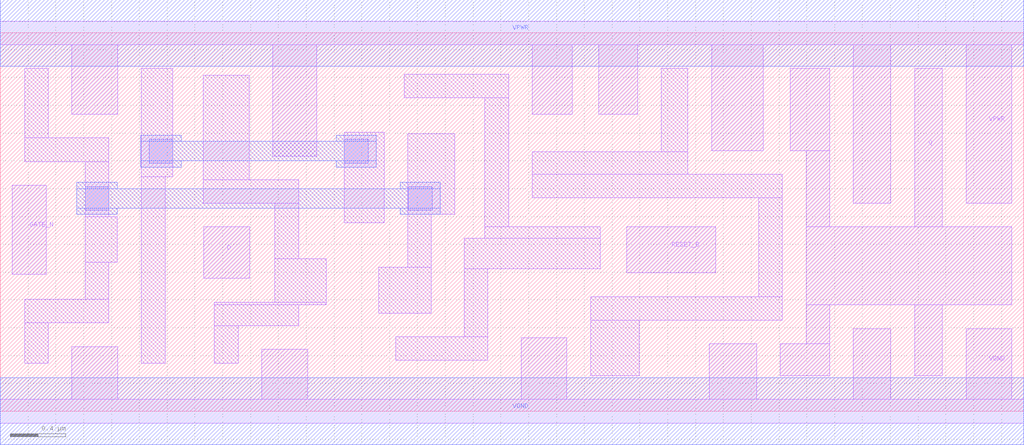
<source format=lef>
# Copyright 2020 The SkyWater PDK Authors
#
# Licensed under the Apache License, Version 2.0 (the "License");
# you may not use this file except in compliance with the License.
# You may obtain a copy of the License at
#
#     https://www.apache.org/licenses/LICENSE-2.0
#
# Unless required by applicable law or agreed to in writing, software
# distributed under the License is distributed on an "AS IS" BASIS,
# WITHOUT WARRANTIES OR CONDITIONS OF ANY KIND, either express or implied.
# See the License for the specific language governing permissions and
# limitations under the License.
#
# SPDX-License-Identifier: Apache-2.0

VERSION 5.5 ;
NAMESCASESENSITIVE ON ;
BUSBITCHARS "[]" ;
DIVIDERCHAR "/" ;
MACRO sky130_fd_sc_hd__dlrtn_4
  CLASS CORE ;
  SOURCE USER ;
  ORIGIN  0.000000  0.000000 ;
  SIZE  7.360000 BY  2.720000 ;
  SYMMETRY X Y R90 ;
  SITE unithd ;
  PIN D
    ANTENNAGATEAREA  0.159000 ;
    DIRECTION INPUT ;
    USE SIGNAL ;
    PORT
      LAYER li1 ;
        RECT 1.465000 0.955000 1.795000 1.325000 ;
    END
  END D
  PIN Q
    ANTENNADIFFAREA  1.014750 ;
    DIRECTION OUTPUT ;
    USE SIGNAL ;
    PORT
      LAYER li1 ;
        RECT 5.610000 0.255000 5.965000 0.485000 ;
        RECT 5.680000 1.875000 5.965000 2.465000 ;
        RECT 5.795000 0.485000 5.965000 0.765000 ;
        RECT 5.795000 0.765000 7.275000 1.325000 ;
        RECT 5.795000 1.325000 5.965000 1.875000 ;
        RECT 6.575000 0.255000 6.775000 0.765000 ;
        RECT 6.575000 1.325000 6.775000 2.465000 ;
    END
  END Q
  PIN RESET_B
    ANTENNAGATEAREA  0.247500 ;
    DIRECTION INPUT ;
    USE SIGNAL ;
    PORT
      LAYER li1 ;
        RECT 4.505000 0.995000 5.145000 1.325000 ;
    END
  END RESET_B
  PIN GATE_N
    ANTENNAGATEAREA  0.159000 ;
    DIRECTION INPUT ;
    USE CLOCK ;
    PORT
      LAYER li1 ;
        RECT 0.085000 0.985000 0.330000 1.625000 ;
    END
  END GATE_N
  PIN VGND
    DIRECTION INOUT ;
    SHAPE ABUTMENT ;
    USE GROUND ;
    PORT
      LAYER li1 ;
        RECT 0.000000 -0.085000 7.360000 0.085000 ;
        RECT 0.515000  0.085000 0.845000 0.465000 ;
        RECT 1.880000  0.085000 2.210000 0.445000 ;
        RECT 3.745000  0.085000 4.075000 0.530000 ;
        RECT 5.100000  0.085000 5.440000 0.485000 ;
        RECT 6.135000  0.085000 6.405000 0.595000 ;
        RECT 6.945000  0.085000 7.275000 0.595000 ;
    END
    PORT
      LAYER met1 ;
        RECT 0.000000 -0.240000 7.360000 0.240000 ;
    END
  END VGND
  PIN VPWR
    DIRECTION INOUT ;
    SHAPE ABUTMENT ;
    USE POWER ;
    PORT
      LAYER li1 ;
        RECT 0.000000 2.635000 7.360000 2.805000 ;
        RECT 0.515000 2.135000 0.845000 2.635000 ;
        RECT 1.960000 1.835000 2.275000 2.635000 ;
        RECT 3.825000 2.135000 4.115000 2.635000 ;
        RECT 4.305000 2.135000 4.585000 2.635000 ;
        RECT 5.115000 1.875000 5.485000 2.635000 ;
        RECT 6.135000 1.495000 6.405000 2.635000 ;
        RECT 6.945000 1.495000 7.275000 2.635000 ;
    END
    PORT
      LAYER met1 ;
        RECT 0.000000 2.480000 7.360000 2.960000 ;
    END
  END VPWR
  OBS
    LAYER li1 ;
      RECT 0.175000 0.345000 0.345000 0.635000 ;
      RECT 0.175000 0.635000 0.780000 0.805000 ;
      RECT 0.175000 1.795000 0.780000 1.965000 ;
      RECT 0.175000 1.965000 0.345000 2.465000 ;
      RECT 0.610000 0.805000 0.780000 1.070000 ;
      RECT 0.610000 1.070000 0.840000 1.400000 ;
      RECT 0.610000 1.400000 0.780000 1.795000 ;
      RECT 1.015000 0.345000 1.185000 1.685000 ;
      RECT 1.015000 1.685000 1.240000 2.465000 ;
      RECT 1.460000 1.495000 2.145000 1.665000 ;
      RECT 1.460000 1.665000 1.790000 2.415000 ;
      RECT 1.540000 0.345000 1.710000 0.615000 ;
      RECT 1.540000 0.615000 2.145000 0.765000 ;
      RECT 1.540000 0.765000 2.345000 0.785000 ;
      RECT 1.975000 0.785000 2.345000 1.095000 ;
      RECT 1.975000 1.095000 2.145000 1.495000 ;
      RECT 2.475000 1.355000 2.760000 2.005000 ;
      RECT 2.720000 0.705000 3.100000 1.035000 ;
      RECT 2.845000 0.365000 3.505000 0.535000 ;
      RECT 2.905000 2.255000 3.655000 2.425000 ;
      RECT 2.930000 1.035000 3.100000 1.415000 ;
      RECT 2.930000 1.415000 3.270000 1.995000 ;
      RECT 3.335000 0.535000 3.505000 1.025000 ;
      RECT 3.335000 1.025000 4.315000 1.245000 ;
      RECT 3.485000 1.245000 4.315000 1.325000 ;
      RECT 3.485000 1.325000 3.655000 2.255000 ;
      RECT 3.825000 1.535000 5.625000 1.705000 ;
      RECT 3.825000 1.705000 4.945000 1.865000 ;
      RECT 4.245000 0.255000 4.595000 0.655000 ;
      RECT 4.245000 0.655000 5.625000 0.825000 ;
      RECT 4.755000 1.865000 4.945000 2.465000 ;
      RECT 5.455000 0.825000 5.625000 1.535000 ;
    LAYER mcon ;
      RECT 0.610000 1.445000 0.780000 1.615000 ;
      RECT 1.070000 1.785000 1.240000 1.955000 ;
      RECT 2.475000 1.785000 2.645000 1.955000 ;
      RECT 2.935000 1.445000 3.105000 1.615000 ;
    LAYER met1 ;
      RECT 0.550000 1.415000 0.840000 1.460000 ;
      RECT 0.550000 1.460000 3.165000 1.600000 ;
      RECT 0.550000 1.600000 0.840000 1.645000 ;
      RECT 1.010000 1.755000 1.300000 1.800000 ;
      RECT 1.010000 1.800000 2.705000 1.940000 ;
      RECT 1.010000 1.940000 1.300000 1.985000 ;
      RECT 2.415000 1.755000 2.705000 1.800000 ;
      RECT 2.415000 1.940000 2.705000 1.985000 ;
      RECT 2.875000 1.415000 3.165000 1.460000 ;
      RECT 2.875000 1.600000 3.165000 1.645000 ;
  END
END sky130_fd_sc_hd__dlrtn_4

</source>
